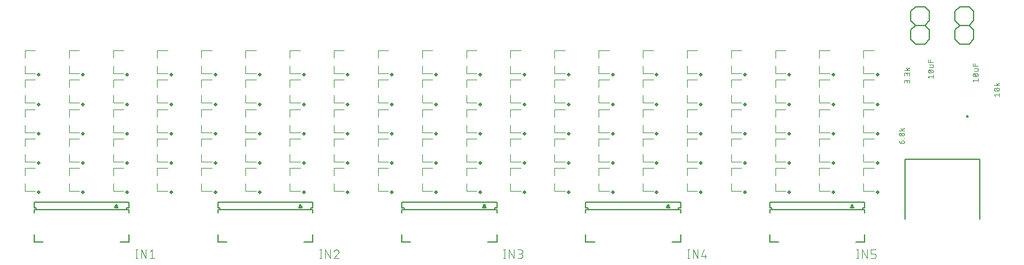
<source format=gbr>
G04 EAGLE Gerber RS-274X export*
G75*
%MOMM*%
%FSLAX34Y34*%
%LPD*%
%INSilkscreen Top*%
%IPPOS*%
%AMOC8*
5,1,8,0,0,1.08239X$1,22.5*%
G01*
%ADD10C,0.076200*%
%ADD11C,0.203200*%
%ADD12C,0.101600*%
%ADD13C,0.152400*%
%ADD14C,0.127000*%
%ADD15C,0.200000*%
%ADD16C,0.500000*%
%ADD17C,0.120000*%

G36*
X1149508Y70986D02*
X1149508Y70986D01*
X1149517Y70985D01*
X1149649Y71006D01*
X1149782Y71025D01*
X1149789Y71028D01*
X1149798Y71029D01*
X1149919Y71086D01*
X1150041Y71141D01*
X1150047Y71146D01*
X1150055Y71150D01*
X1150156Y71238D01*
X1150258Y71325D01*
X1150263Y71332D01*
X1150269Y71337D01*
X1150341Y71450D01*
X1150416Y71561D01*
X1150418Y71569D01*
X1150423Y71576D01*
X1150461Y71705D01*
X1150501Y71832D01*
X1150502Y71841D01*
X1150504Y71849D01*
X1150505Y71983D01*
X1150509Y72116D01*
X1150506Y72125D01*
X1150507Y72133D01*
X1150491Y72184D01*
X1150437Y72391D01*
X1150417Y72424D01*
X1150408Y72454D01*
X1148408Y76454D01*
X1148351Y76536D01*
X1148302Y76623D01*
X1148271Y76653D01*
X1148247Y76688D01*
X1148169Y76751D01*
X1148098Y76821D01*
X1148060Y76841D01*
X1148027Y76868D01*
X1147935Y76907D01*
X1147847Y76954D01*
X1147805Y76963D01*
X1147765Y76980D01*
X1147666Y76992D01*
X1147569Y77013D01*
X1147526Y77010D01*
X1147483Y77015D01*
X1147385Y77000D01*
X1147285Y76992D01*
X1147245Y76977D01*
X1147202Y76971D01*
X1147112Y76928D01*
X1147019Y76894D01*
X1146984Y76868D01*
X1146945Y76850D01*
X1146870Y76784D01*
X1146790Y76725D01*
X1146767Y76694D01*
X1146731Y76663D01*
X1146634Y76511D01*
X1146592Y76454D01*
X1144592Y72454D01*
X1144589Y72446D01*
X1144585Y72439D01*
X1144544Y72311D01*
X1144502Y72184D01*
X1144501Y72176D01*
X1144499Y72168D01*
X1144495Y72033D01*
X1144490Y71900D01*
X1144492Y71892D01*
X1144491Y71884D01*
X1144525Y71754D01*
X1144557Y71624D01*
X1144561Y71617D01*
X1144563Y71609D01*
X1144631Y71494D01*
X1144698Y71377D01*
X1144704Y71372D01*
X1144709Y71364D01*
X1144806Y71272D01*
X1144902Y71180D01*
X1144910Y71176D01*
X1144916Y71170D01*
X1145035Y71109D01*
X1145153Y71046D01*
X1145161Y71044D01*
X1145169Y71040D01*
X1145221Y71032D01*
X1145431Y70987D01*
X1145469Y70990D01*
X1145500Y70985D01*
X1149500Y70985D01*
X1149508Y70986D01*
G37*
G36*
X899508Y70986D02*
X899508Y70986D01*
X899517Y70985D01*
X899649Y71006D01*
X899782Y71025D01*
X899789Y71028D01*
X899798Y71029D01*
X899919Y71086D01*
X900041Y71141D01*
X900047Y71146D01*
X900055Y71150D01*
X900156Y71238D01*
X900258Y71325D01*
X900263Y71332D01*
X900269Y71337D01*
X900341Y71450D01*
X900416Y71561D01*
X900418Y71569D01*
X900423Y71576D01*
X900461Y71705D01*
X900501Y71832D01*
X900502Y71841D01*
X900504Y71849D01*
X900505Y71983D01*
X900509Y72116D01*
X900506Y72125D01*
X900507Y72133D01*
X900491Y72184D01*
X900437Y72391D01*
X900417Y72424D01*
X900408Y72454D01*
X898408Y76454D01*
X898351Y76536D01*
X898302Y76623D01*
X898271Y76653D01*
X898247Y76688D01*
X898169Y76751D01*
X898098Y76821D01*
X898060Y76841D01*
X898027Y76868D01*
X897935Y76907D01*
X897847Y76954D01*
X897805Y76963D01*
X897765Y76980D01*
X897666Y76992D01*
X897569Y77013D01*
X897526Y77010D01*
X897483Y77015D01*
X897385Y77000D01*
X897285Y76992D01*
X897245Y76977D01*
X897202Y76971D01*
X897112Y76928D01*
X897019Y76894D01*
X896984Y76868D01*
X896945Y76850D01*
X896870Y76784D01*
X896790Y76725D01*
X896767Y76694D01*
X896731Y76663D01*
X896634Y76511D01*
X896592Y76454D01*
X894592Y72454D01*
X894589Y72446D01*
X894585Y72439D01*
X894544Y72311D01*
X894502Y72184D01*
X894501Y72176D01*
X894499Y72168D01*
X894495Y72033D01*
X894490Y71900D01*
X894492Y71892D01*
X894491Y71884D01*
X894525Y71754D01*
X894557Y71624D01*
X894561Y71617D01*
X894563Y71609D01*
X894631Y71494D01*
X894698Y71377D01*
X894704Y71372D01*
X894709Y71364D01*
X894806Y71272D01*
X894902Y71180D01*
X894910Y71176D01*
X894916Y71170D01*
X895035Y71109D01*
X895153Y71046D01*
X895161Y71044D01*
X895169Y71040D01*
X895221Y71032D01*
X895431Y70987D01*
X895469Y70990D01*
X895500Y70985D01*
X899500Y70985D01*
X899508Y70986D01*
G37*
G36*
X649508Y70986D02*
X649508Y70986D01*
X649517Y70985D01*
X649649Y71006D01*
X649782Y71025D01*
X649789Y71028D01*
X649798Y71029D01*
X649919Y71086D01*
X650041Y71141D01*
X650047Y71146D01*
X650055Y71150D01*
X650156Y71238D01*
X650258Y71325D01*
X650263Y71332D01*
X650269Y71337D01*
X650341Y71450D01*
X650416Y71561D01*
X650418Y71569D01*
X650423Y71576D01*
X650461Y71705D01*
X650501Y71832D01*
X650502Y71841D01*
X650504Y71849D01*
X650505Y71983D01*
X650509Y72116D01*
X650506Y72125D01*
X650507Y72133D01*
X650491Y72184D01*
X650437Y72391D01*
X650417Y72424D01*
X650408Y72454D01*
X648408Y76454D01*
X648351Y76536D01*
X648302Y76623D01*
X648271Y76653D01*
X648247Y76688D01*
X648169Y76751D01*
X648098Y76821D01*
X648060Y76841D01*
X648027Y76868D01*
X647935Y76907D01*
X647847Y76954D01*
X647805Y76963D01*
X647765Y76980D01*
X647666Y76992D01*
X647569Y77013D01*
X647526Y77010D01*
X647483Y77015D01*
X647385Y77000D01*
X647285Y76992D01*
X647245Y76977D01*
X647202Y76971D01*
X647112Y76928D01*
X647019Y76894D01*
X646984Y76868D01*
X646945Y76850D01*
X646870Y76784D01*
X646790Y76725D01*
X646767Y76694D01*
X646731Y76663D01*
X646634Y76511D01*
X646592Y76454D01*
X644592Y72454D01*
X644589Y72446D01*
X644585Y72439D01*
X644544Y72311D01*
X644502Y72184D01*
X644501Y72176D01*
X644499Y72168D01*
X644495Y72033D01*
X644490Y71900D01*
X644492Y71892D01*
X644491Y71884D01*
X644525Y71754D01*
X644557Y71624D01*
X644561Y71617D01*
X644563Y71609D01*
X644631Y71494D01*
X644698Y71377D01*
X644704Y71372D01*
X644709Y71364D01*
X644806Y71272D01*
X644902Y71180D01*
X644910Y71176D01*
X644916Y71170D01*
X645035Y71109D01*
X645153Y71046D01*
X645161Y71044D01*
X645169Y71040D01*
X645221Y71032D01*
X645431Y70987D01*
X645469Y70990D01*
X645500Y70985D01*
X649500Y70985D01*
X649508Y70986D01*
G37*
G36*
X399508Y70986D02*
X399508Y70986D01*
X399517Y70985D01*
X399649Y71006D01*
X399782Y71025D01*
X399789Y71028D01*
X399798Y71029D01*
X399919Y71086D01*
X400041Y71141D01*
X400047Y71146D01*
X400055Y71150D01*
X400156Y71238D01*
X400258Y71325D01*
X400263Y71332D01*
X400269Y71337D01*
X400341Y71450D01*
X400416Y71561D01*
X400418Y71569D01*
X400423Y71576D01*
X400461Y71705D01*
X400501Y71832D01*
X400502Y71841D01*
X400504Y71849D01*
X400505Y71983D01*
X400509Y72116D01*
X400506Y72125D01*
X400507Y72133D01*
X400491Y72184D01*
X400437Y72391D01*
X400417Y72424D01*
X400408Y72454D01*
X398408Y76454D01*
X398351Y76536D01*
X398302Y76623D01*
X398271Y76653D01*
X398247Y76688D01*
X398169Y76751D01*
X398098Y76821D01*
X398060Y76841D01*
X398027Y76868D01*
X397935Y76907D01*
X397847Y76954D01*
X397805Y76963D01*
X397765Y76980D01*
X397666Y76992D01*
X397569Y77013D01*
X397526Y77010D01*
X397483Y77015D01*
X397385Y77000D01*
X397285Y76992D01*
X397245Y76977D01*
X397202Y76971D01*
X397112Y76928D01*
X397019Y76894D01*
X396984Y76868D01*
X396945Y76850D01*
X396870Y76784D01*
X396790Y76725D01*
X396767Y76694D01*
X396731Y76663D01*
X396634Y76511D01*
X396592Y76454D01*
X394592Y72454D01*
X394589Y72446D01*
X394585Y72439D01*
X394544Y72311D01*
X394502Y72184D01*
X394501Y72176D01*
X394499Y72168D01*
X394495Y72033D01*
X394490Y71900D01*
X394492Y71892D01*
X394491Y71884D01*
X394525Y71754D01*
X394557Y71624D01*
X394561Y71617D01*
X394563Y71609D01*
X394631Y71494D01*
X394698Y71377D01*
X394704Y71372D01*
X394709Y71364D01*
X394806Y71272D01*
X394902Y71180D01*
X394910Y71176D01*
X394916Y71170D01*
X395035Y71109D01*
X395153Y71046D01*
X395161Y71044D01*
X395169Y71040D01*
X395221Y71032D01*
X395431Y70987D01*
X395469Y70990D01*
X395500Y70985D01*
X399500Y70985D01*
X399508Y70986D01*
G37*
G36*
X149508Y70986D02*
X149508Y70986D01*
X149517Y70985D01*
X149649Y71006D01*
X149782Y71025D01*
X149789Y71028D01*
X149798Y71029D01*
X149919Y71086D01*
X150041Y71141D01*
X150047Y71146D01*
X150055Y71150D01*
X150156Y71238D01*
X150258Y71325D01*
X150263Y71332D01*
X150269Y71337D01*
X150341Y71450D01*
X150416Y71561D01*
X150418Y71569D01*
X150423Y71576D01*
X150461Y71705D01*
X150501Y71832D01*
X150502Y71841D01*
X150504Y71849D01*
X150505Y71983D01*
X150509Y72116D01*
X150506Y72125D01*
X150507Y72133D01*
X150491Y72184D01*
X150437Y72391D01*
X150417Y72424D01*
X150408Y72454D01*
X148408Y76454D01*
X148351Y76536D01*
X148302Y76623D01*
X148271Y76653D01*
X148247Y76688D01*
X148169Y76751D01*
X148098Y76821D01*
X148060Y76841D01*
X148027Y76868D01*
X147935Y76907D01*
X147847Y76954D01*
X147805Y76963D01*
X147765Y76980D01*
X147666Y76992D01*
X147569Y77013D01*
X147526Y77010D01*
X147483Y77015D01*
X147385Y77000D01*
X147285Y76992D01*
X147245Y76977D01*
X147202Y76971D01*
X147112Y76928D01*
X147019Y76894D01*
X146984Y76868D01*
X146945Y76850D01*
X146870Y76784D01*
X146790Y76725D01*
X146767Y76694D01*
X146731Y76663D01*
X146634Y76511D01*
X146592Y76454D01*
X144592Y72454D01*
X144589Y72446D01*
X144585Y72439D01*
X144544Y72311D01*
X144502Y72184D01*
X144501Y72176D01*
X144499Y72168D01*
X144495Y72033D01*
X144490Y71900D01*
X144492Y71892D01*
X144491Y71884D01*
X144525Y71754D01*
X144557Y71624D01*
X144561Y71617D01*
X144563Y71609D01*
X144631Y71494D01*
X144698Y71377D01*
X144704Y71372D01*
X144709Y71364D01*
X144806Y71272D01*
X144902Y71180D01*
X144910Y71176D01*
X144916Y71170D01*
X145035Y71109D01*
X145153Y71046D01*
X145161Y71044D01*
X145169Y71040D01*
X145221Y71032D01*
X145431Y70987D01*
X145469Y70990D01*
X145500Y70985D01*
X149500Y70985D01*
X149508Y70986D01*
G37*
D10*
X1214598Y159381D02*
X1214598Y161794D01*
X1214600Y161873D01*
X1214606Y161952D01*
X1214615Y162030D01*
X1214629Y162108D01*
X1214646Y162185D01*
X1214667Y162261D01*
X1214692Y162336D01*
X1214720Y162409D01*
X1214752Y162482D01*
X1214788Y162552D01*
X1214827Y162621D01*
X1214869Y162687D01*
X1214914Y162752D01*
X1214963Y162814D01*
X1215015Y162874D01*
X1215069Y162931D01*
X1215126Y162985D01*
X1215186Y163037D01*
X1215248Y163086D01*
X1215313Y163131D01*
X1215379Y163173D01*
X1215448Y163212D01*
X1215518Y163248D01*
X1215591Y163280D01*
X1215664Y163308D01*
X1215739Y163333D01*
X1215815Y163354D01*
X1215892Y163371D01*
X1215970Y163385D01*
X1216048Y163394D01*
X1216127Y163400D01*
X1216206Y163402D01*
X1216608Y163402D01*
X1216608Y163403D02*
X1216697Y163401D01*
X1216786Y163395D01*
X1216874Y163385D01*
X1216962Y163372D01*
X1217049Y163354D01*
X1217136Y163333D01*
X1217221Y163307D01*
X1217305Y163278D01*
X1217388Y163246D01*
X1217469Y163209D01*
X1217549Y163169D01*
X1217626Y163126D01*
X1217702Y163079D01*
X1217776Y163029D01*
X1217847Y162976D01*
X1217916Y162920D01*
X1217982Y162860D01*
X1218046Y162798D01*
X1218106Y162733D01*
X1218164Y162666D01*
X1218219Y162596D01*
X1218271Y162523D01*
X1218319Y162448D01*
X1218364Y162372D01*
X1218406Y162293D01*
X1218444Y162213D01*
X1218478Y162131D01*
X1218509Y162047D01*
X1218536Y161962D01*
X1218560Y161877D01*
X1218579Y161790D01*
X1218595Y161702D01*
X1218607Y161614D01*
X1218615Y161525D01*
X1218619Y161436D01*
X1218619Y161348D01*
X1218615Y161259D01*
X1218607Y161170D01*
X1218595Y161082D01*
X1218579Y160994D01*
X1218560Y160907D01*
X1218536Y160822D01*
X1218509Y160737D01*
X1218478Y160653D01*
X1218444Y160571D01*
X1218406Y160491D01*
X1218364Y160412D01*
X1218319Y160336D01*
X1218271Y160261D01*
X1218219Y160188D01*
X1218164Y160118D01*
X1218106Y160051D01*
X1218046Y159986D01*
X1217982Y159924D01*
X1217916Y159864D01*
X1217847Y159808D01*
X1217776Y159755D01*
X1217702Y159705D01*
X1217626Y159658D01*
X1217549Y159615D01*
X1217469Y159575D01*
X1217388Y159538D01*
X1217305Y159506D01*
X1217221Y159477D01*
X1217136Y159451D01*
X1217049Y159430D01*
X1216962Y159412D01*
X1216874Y159399D01*
X1216786Y159389D01*
X1216697Y159383D01*
X1216608Y159381D01*
X1214598Y159381D01*
X1214486Y159383D01*
X1214374Y159389D01*
X1214262Y159399D01*
X1214150Y159412D01*
X1214039Y159430D01*
X1213929Y159451D01*
X1213820Y159477D01*
X1213711Y159506D01*
X1213604Y159538D01*
X1213498Y159575D01*
X1213393Y159615D01*
X1213290Y159659D01*
X1213188Y159707D01*
X1213088Y159758D01*
X1212990Y159812D01*
X1212893Y159870D01*
X1212799Y159931D01*
X1212707Y159995D01*
X1212617Y160063D01*
X1212530Y160134D01*
X1212445Y160207D01*
X1212363Y160284D01*
X1212284Y160363D01*
X1212207Y160445D01*
X1212134Y160530D01*
X1212063Y160617D01*
X1211995Y160707D01*
X1211931Y160799D01*
X1211870Y160893D01*
X1211812Y160989D01*
X1211758Y161088D01*
X1211707Y161188D01*
X1211659Y161289D01*
X1211615Y161393D01*
X1211575Y161498D01*
X1211538Y161604D01*
X1211506Y161711D01*
X1211477Y161820D01*
X1211451Y161929D01*
X1211430Y162039D01*
X1211412Y162150D01*
X1211399Y162262D01*
X1211389Y162374D01*
X1211383Y162486D01*
X1211381Y162598D01*
X1218217Y166230D02*
X1218619Y166230D01*
X1218217Y166230D02*
X1218217Y166633D01*
X1218619Y166633D01*
X1218619Y166230D01*
X1216608Y169460D02*
X1216519Y169462D01*
X1216430Y169468D01*
X1216342Y169478D01*
X1216254Y169491D01*
X1216167Y169509D01*
X1216080Y169530D01*
X1215995Y169556D01*
X1215911Y169585D01*
X1215828Y169617D01*
X1215747Y169654D01*
X1215667Y169694D01*
X1215590Y169737D01*
X1215514Y169784D01*
X1215440Y169834D01*
X1215369Y169887D01*
X1215300Y169943D01*
X1215234Y170003D01*
X1215170Y170065D01*
X1215110Y170130D01*
X1215052Y170197D01*
X1214997Y170267D01*
X1214945Y170340D01*
X1214897Y170415D01*
X1214852Y170491D01*
X1214810Y170570D01*
X1214772Y170650D01*
X1214738Y170732D01*
X1214707Y170816D01*
X1214680Y170901D01*
X1214656Y170986D01*
X1214637Y171073D01*
X1214621Y171161D01*
X1214609Y171249D01*
X1214601Y171338D01*
X1214597Y171427D01*
X1214597Y171515D01*
X1214601Y171604D01*
X1214609Y171693D01*
X1214621Y171781D01*
X1214637Y171869D01*
X1214656Y171956D01*
X1214680Y172041D01*
X1214707Y172126D01*
X1214738Y172210D01*
X1214772Y172292D01*
X1214810Y172372D01*
X1214852Y172451D01*
X1214897Y172527D01*
X1214945Y172602D01*
X1214997Y172675D01*
X1215052Y172745D01*
X1215110Y172812D01*
X1215170Y172877D01*
X1215234Y172939D01*
X1215300Y172999D01*
X1215369Y173055D01*
X1215440Y173108D01*
X1215514Y173158D01*
X1215590Y173205D01*
X1215667Y173248D01*
X1215747Y173288D01*
X1215828Y173325D01*
X1215911Y173357D01*
X1215995Y173386D01*
X1216080Y173412D01*
X1216167Y173433D01*
X1216254Y173451D01*
X1216342Y173464D01*
X1216430Y173474D01*
X1216519Y173480D01*
X1216608Y173482D01*
X1216697Y173480D01*
X1216786Y173474D01*
X1216874Y173464D01*
X1216962Y173451D01*
X1217049Y173433D01*
X1217136Y173412D01*
X1217221Y173386D01*
X1217305Y173357D01*
X1217388Y173325D01*
X1217469Y173288D01*
X1217549Y173248D01*
X1217626Y173205D01*
X1217702Y173158D01*
X1217776Y173108D01*
X1217847Y173055D01*
X1217916Y172999D01*
X1217982Y172939D01*
X1218046Y172877D01*
X1218106Y172812D01*
X1218164Y172745D01*
X1218219Y172675D01*
X1218271Y172602D01*
X1218319Y172527D01*
X1218364Y172451D01*
X1218406Y172372D01*
X1218444Y172292D01*
X1218478Y172210D01*
X1218509Y172126D01*
X1218536Y172041D01*
X1218560Y171956D01*
X1218579Y171869D01*
X1218595Y171781D01*
X1218607Y171693D01*
X1218615Y171604D01*
X1218619Y171515D01*
X1218619Y171427D01*
X1218615Y171338D01*
X1218607Y171249D01*
X1218595Y171161D01*
X1218579Y171073D01*
X1218560Y170986D01*
X1218536Y170901D01*
X1218509Y170816D01*
X1218478Y170732D01*
X1218444Y170650D01*
X1218406Y170570D01*
X1218364Y170491D01*
X1218319Y170415D01*
X1218271Y170340D01*
X1218219Y170267D01*
X1218164Y170197D01*
X1218106Y170130D01*
X1218046Y170065D01*
X1217982Y170003D01*
X1217916Y169943D01*
X1217847Y169887D01*
X1217776Y169834D01*
X1217702Y169784D01*
X1217626Y169737D01*
X1217549Y169694D01*
X1217469Y169654D01*
X1217388Y169617D01*
X1217305Y169585D01*
X1217221Y169556D01*
X1217136Y169530D01*
X1217049Y169509D01*
X1216962Y169491D01*
X1216874Y169478D01*
X1216786Y169468D01*
X1216697Y169462D01*
X1216608Y169460D01*
X1212989Y169863D02*
X1212910Y169865D01*
X1212831Y169871D01*
X1212753Y169880D01*
X1212675Y169894D01*
X1212598Y169911D01*
X1212522Y169932D01*
X1212447Y169957D01*
X1212374Y169985D01*
X1212301Y170017D01*
X1212231Y170053D01*
X1212162Y170092D01*
X1212096Y170134D01*
X1212031Y170179D01*
X1211969Y170228D01*
X1211909Y170280D01*
X1211852Y170334D01*
X1211798Y170391D01*
X1211746Y170451D01*
X1211697Y170513D01*
X1211652Y170578D01*
X1211610Y170644D01*
X1211571Y170713D01*
X1211535Y170783D01*
X1211503Y170856D01*
X1211475Y170929D01*
X1211450Y171004D01*
X1211429Y171080D01*
X1211412Y171157D01*
X1211398Y171235D01*
X1211389Y171313D01*
X1211383Y171392D01*
X1211381Y171471D01*
X1211383Y171550D01*
X1211389Y171629D01*
X1211398Y171707D01*
X1211412Y171785D01*
X1211429Y171862D01*
X1211450Y171938D01*
X1211475Y172013D01*
X1211503Y172086D01*
X1211535Y172159D01*
X1211571Y172229D01*
X1211610Y172298D01*
X1211652Y172364D01*
X1211697Y172429D01*
X1211746Y172491D01*
X1211798Y172551D01*
X1211852Y172608D01*
X1211909Y172662D01*
X1211969Y172714D01*
X1212031Y172763D01*
X1212096Y172808D01*
X1212162Y172850D01*
X1212231Y172889D01*
X1212301Y172925D01*
X1212374Y172957D01*
X1212447Y172985D01*
X1212522Y173010D01*
X1212598Y173031D01*
X1212675Y173048D01*
X1212753Y173062D01*
X1212831Y173071D01*
X1212910Y173077D01*
X1212989Y173079D01*
X1213068Y173077D01*
X1213147Y173071D01*
X1213225Y173062D01*
X1213303Y173048D01*
X1213380Y173031D01*
X1213456Y173010D01*
X1213531Y172985D01*
X1213604Y172957D01*
X1213677Y172925D01*
X1213747Y172889D01*
X1213816Y172850D01*
X1213882Y172808D01*
X1213947Y172763D01*
X1214009Y172714D01*
X1214069Y172662D01*
X1214126Y172608D01*
X1214180Y172551D01*
X1214232Y172491D01*
X1214281Y172429D01*
X1214326Y172364D01*
X1214368Y172298D01*
X1214407Y172229D01*
X1214443Y172159D01*
X1214475Y172086D01*
X1214503Y172013D01*
X1214528Y171938D01*
X1214549Y171862D01*
X1214566Y171785D01*
X1214580Y171707D01*
X1214589Y171629D01*
X1214595Y171550D01*
X1214597Y171471D01*
X1214595Y171392D01*
X1214589Y171313D01*
X1214580Y171235D01*
X1214566Y171157D01*
X1214549Y171080D01*
X1214528Y171004D01*
X1214503Y170929D01*
X1214475Y170856D01*
X1214443Y170783D01*
X1214407Y170713D01*
X1214368Y170644D01*
X1214326Y170578D01*
X1214281Y170513D01*
X1214232Y170451D01*
X1214180Y170391D01*
X1214126Y170334D01*
X1214069Y170280D01*
X1214009Y170228D01*
X1213947Y170179D01*
X1213882Y170134D01*
X1213816Y170092D01*
X1213747Y170053D01*
X1213677Y170017D01*
X1213604Y169985D01*
X1213531Y169957D01*
X1213456Y169932D01*
X1213380Y169911D01*
X1213303Y169894D01*
X1213225Y169880D01*
X1213147Y169871D01*
X1213068Y169865D01*
X1212989Y169863D01*
X1211381Y176917D02*
X1218619Y176917D01*
X1216206Y176917D02*
X1213794Y180133D01*
X1215201Y178324D02*
X1218619Y180133D01*
X1225619Y241381D02*
X1225619Y243392D01*
X1225617Y243481D01*
X1225611Y243570D01*
X1225601Y243658D01*
X1225588Y243746D01*
X1225570Y243833D01*
X1225549Y243920D01*
X1225523Y244005D01*
X1225494Y244089D01*
X1225462Y244172D01*
X1225425Y244253D01*
X1225385Y244333D01*
X1225342Y244410D01*
X1225295Y244486D01*
X1225245Y244560D01*
X1225192Y244631D01*
X1225136Y244700D01*
X1225076Y244766D01*
X1225014Y244830D01*
X1224949Y244890D01*
X1224882Y244948D01*
X1224812Y245003D01*
X1224739Y245055D01*
X1224664Y245103D01*
X1224588Y245148D01*
X1224509Y245190D01*
X1224429Y245228D01*
X1224347Y245262D01*
X1224263Y245293D01*
X1224178Y245320D01*
X1224093Y245344D01*
X1224006Y245363D01*
X1223918Y245379D01*
X1223830Y245391D01*
X1223741Y245399D01*
X1223652Y245403D01*
X1223564Y245403D01*
X1223475Y245399D01*
X1223386Y245391D01*
X1223298Y245379D01*
X1223210Y245363D01*
X1223123Y245344D01*
X1223038Y245320D01*
X1222953Y245293D01*
X1222869Y245262D01*
X1222787Y245228D01*
X1222707Y245190D01*
X1222628Y245148D01*
X1222552Y245103D01*
X1222477Y245055D01*
X1222404Y245003D01*
X1222334Y244948D01*
X1222267Y244890D01*
X1222202Y244830D01*
X1222140Y244766D01*
X1222080Y244700D01*
X1222024Y244631D01*
X1221971Y244560D01*
X1221921Y244486D01*
X1221874Y244410D01*
X1221831Y244333D01*
X1221791Y244253D01*
X1221754Y244172D01*
X1221722Y244089D01*
X1221693Y244005D01*
X1221667Y243920D01*
X1221646Y243833D01*
X1221628Y243746D01*
X1221615Y243658D01*
X1221605Y243570D01*
X1221599Y243481D01*
X1221597Y243392D01*
X1218381Y243794D02*
X1218381Y241381D01*
X1218381Y243794D02*
X1218383Y243873D01*
X1218389Y243952D01*
X1218398Y244030D01*
X1218412Y244108D01*
X1218429Y244185D01*
X1218450Y244261D01*
X1218475Y244336D01*
X1218503Y244409D01*
X1218535Y244482D01*
X1218571Y244552D01*
X1218610Y244621D01*
X1218652Y244687D01*
X1218697Y244752D01*
X1218746Y244814D01*
X1218798Y244874D01*
X1218852Y244931D01*
X1218909Y244985D01*
X1218969Y245037D01*
X1219031Y245086D01*
X1219096Y245131D01*
X1219162Y245173D01*
X1219231Y245212D01*
X1219301Y245248D01*
X1219374Y245280D01*
X1219447Y245308D01*
X1219522Y245333D01*
X1219598Y245354D01*
X1219675Y245371D01*
X1219753Y245385D01*
X1219831Y245394D01*
X1219910Y245400D01*
X1219989Y245402D01*
X1220068Y245400D01*
X1220147Y245394D01*
X1220225Y245385D01*
X1220303Y245371D01*
X1220380Y245354D01*
X1220456Y245333D01*
X1220531Y245308D01*
X1220604Y245280D01*
X1220677Y245248D01*
X1220747Y245212D01*
X1220816Y245173D01*
X1220882Y245131D01*
X1220947Y245086D01*
X1221009Y245037D01*
X1221069Y244985D01*
X1221126Y244931D01*
X1221180Y244874D01*
X1221232Y244814D01*
X1221281Y244752D01*
X1221326Y244687D01*
X1221368Y244621D01*
X1221407Y244552D01*
X1221443Y244482D01*
X1221475Y244409D01*
X1221503Y244336D01*
X1221528Y244261D01*
X1221549Y244185D01*
X1221566Y244108D01*
X1221580Y244030D01*
X1221589Y243952D01*
X1221595Y243873D01*
X1221597Y243794D01*
X1221598Y243794D02*
X1221598Y242185D01*
X1225217Y248230D02*
X1225619Y248230D01*
X1225217Y248230D02*
X1225217Y248633D01*
X1225619Y248633D01*
X1225619Y248230D01*
X1225619Y251461D02*
X1225619Y253471D01*
X1225617Y253560D01*
X1225611Y253649D01*
X1225601Y253737D01*
X1225588Y253825D01*
X1225570Y253912D01*
X1225549Y253999D01*
X1225523Y254084D01*
X1225494Y254168D01*
X1225462Y254251D01*
X1225425Y254332D01*
X1225385Y254412D01*
X1225342Y254489D01*
X1225295Y254565D01*
X1225245Y254639D01*
X1225192Y254710D01*
X1225136Y254779D01*
X1225076Y254845D01*
X1225014Y254909D01*
X1224949Y254969D01*
X1224882Y255027D01*
X1224812Y255082D01*
X1224739Y255134D01*
X1224664Y255182D01*
X1224588Y255227D01*
X1224509Y255269D01*
X1224429Y255307D01*
X1224347Y255341D01*
X1224263Y255372D01*
X1224178Y255399D01*
X1224093Y255423D01*
X1224006Y255442D01*
X1223918Y255458D01*
X1223830Y255470D01*
X1223741Y255478D01*
X1223652Y255482D01*
X1223564Y255482D01*
X1223475Y255478D01*
X1223386Y255470D01*
X1223298Y255458D01*
X1223210Y255442D01*
X1223123Y255423D01*
X1223038Y255399D01*
X1222953Y255372D01*
X1222869Y255341D01*
X1222787Y255307D01*
X1222707Y255269D01*
X1222628Y255227D01*
X1222552Y255182D01*
X1222477Y255134D01*
X1222404Y255082D01*
X1222334Y255027D01*
X1222267Y254969D01*
X1222202Y254909D01*
X1222140Y254845D01*
X1222080Y254779D01*
X1222024Y254710D01*
X1221971Y254639D01*
X1221921Y254565D01*
X1221874Y254489D01*
X1221831Y254412D01*
X1221791Y254332D01*
X1221754Y254251D01*
X1221722Y254168D01*
X1221693Y254084D01*
X1221667Y253999D01*
X1221646Y253912D01*
X1221628Y253825D01*
X1221615Y253737D01*
X1221605Y253649D01*
X1221599Y253560D01*
X1221597Y253471D01*
X1218381Y253874D02*
X1218381Y251461D01*
X1218381Y253874D02*
X1218383Y253953D01*
X1218389Y254032D01*
X1218398Y254110D01*
X1218412Y254188D01*
X1218429Y254265D01*
X1218450Y254341D01*
X1218475Y254416D01*
X1218503Y254489D01*
X1218535Y254562D01*
X1218571Y254632D01*
X1218610Y254701D01*
X1218652Y254767D01*
X1218697Y254832D01*
X1218746Y254894D01*
X1218798Y254954D01*
X1218852Y255011D01*
X1218909Y255065D01*
X1218969Y255117D01*
X1219031Y255166D01*
X1219096Y255211D01*
X1219162Y255253D01*
X1219231Y255292D01*
X1219301Y255328D01*
X1219374Y255360D01*
X1219447Y255388D01*
X1219522Y255413D01*
X1219598Y255434D01*
X1219675Y255451D01*
X1219753Y255465D01*
X1219831Y255474D01*
X1219910Y255480D01*
X1219989Y255482D01*
X1220068Y255480D01*
X1220147Y255474D01*
X1220225Y255465D01*
X1220303Y255451D01*
X1220380Y255434D01*
X1220456Y255413D01*
X1220531Y255388D01*
X1220604Y255360D01*
X1220677Y255328D01*
X1220747Y255292D01*
X1220816Y255253D01*
X1220882Y255211D01*
X1220947Y255166D01*
X1221009Y255117D01*
X1221069Y255065D01*
X1221126Y255011D01*
X1221180Y254954D01*
X1221232Y254894D01*
X1221281Y254832D01*
X1221326Y254767D01*
X1221368Y254701D01*
X1221407Y254632D01*
X1221443Y254562D01*
X1221475Y254489D01*
X1221503Y254416D01*
X1221528Y254341D01*
X1221549Y254265D01*
X1221566Y254188D01*
X1221580Y254110D01*
X1221589Y254032D01*
X1221595Y253953D01*
X1221597Y253874D01*
X1221598Y253874D02*
X1221598Y252265D01*
X1218381Y258917D02*
X1225619Y258917D01*
X1223206Y258917D02*
X1220794Y262133D01*
X1222201Y260324D02*
X1225619Y262133D01*
X1340381Y225392D02*
X1341989Y223381D01*
X1340381Y225392D02*
X1347619Y225392D01*
X1347619Y227402D02*
X1347619Y223381D01*
X1344000Y230581D02*
X1343850Y230583D01*
X1343700Y230589D01*
X1343549Y230598D01*
X1343400Y230611D01*
X1343250Y230628D01*
X1343102Y230649D01*
X1342953Y230674D01*
X1342806Y230702D01*
X1342659Y230734D01*
X1342513Y230769D01*
X1342368Y230809D01*
X1342224Y230852D01*
X1342081Y230898D01*
X1341939Y230948D01*
X1341799Y231002D01*
X1341660Y231059D01*
X1341522Y231120D01*
X1341386Y231184D01*
X1341317Y231210D01*
X1341249Y231239D01*
X1341183Y231272D01*
X1341118Y231307D01*
X1341056Y231346D01*
X1340995Y231388D01*
X1340936Y231433D01*
X1340880Y231480D01*
X1340826Y231531D01*
X1340774Y231584D01*
X1340726Y231639D01*
X1340680Y231697D01*
X1340637Y231757D01*
X1340597Y231820D01*
X1340560Y231884D01*
X1340527Y231949D01*
X1340497Y232017D01*
X1340470Y232085D01*
X1340446Y232156D01*
X1340427Y232227D01*
X1340410Y232299D01*
X1340397Y232371D01*
X1340388Y232445D01*
X1340383Y232518D01*
X1340381Y232592D01*
X1340383Y232666D01*
X1340388Y232739D01*
X1340397Y232813D01*
X1340410Y232885D01*
X1340427Y232957D01*
X1340446Y233028D01*
X1340470Y233099D01*
X1340497Y233167D01*
X1340527Y233235D01*
X1340560Y233300D01*
X1340597Y233364D01*
X1340637Y233427D01*
X1340680Y233487D01*
X1340726Y233545D01*
X1340774Y233600D01*
X1340826Y233653D01*
X1340880Y233704D01*
X1340936Y233751D01*
X1340995Y233796D01*
X1341056Y233838D01*
X1341118Y233877D01*
X1341183Y233912D01*
X1341249Y233945D01*
X1341317Y233974D01*
X1341386Y234000D01*
X1341386Y233999D02*
X1341522Y234063D01*
X1341660Y234124D01*
X1341799Y234181D01*
X1341939Y234235D01*
X1342081Y234285D01*
X1342224Y234331D01*
X1342368Y234374D01*
X1342513Y234414D01*
X1342659Y234449D01*
X1342806Y234481D01*
X1342953Y234509D01*
X1343102Y234534D01*
X1343250Y234555D01*
X1343400Y234572D01*
X1343549Y234585D01*
X1343700Y234594D01*
X1343850Y234600D01*
X1344000Y234602D01*
X1344000Y230581D02*
X1344150Y230583D01*
X1344300Y230589D01*
X1344451Y230598D01*
X1344600Y230611D01*
X1344750Y230628D01*
X1344898Y230649D01*
X1345047Y230674D01*
X1345194Y230702D01*
X1345341Y230734D01*
X1345487Y230769D01*
X1345632Y230809D01*
X1345776Y230852D01*
X1345919Y230898D01*
X1346061Y230948D01*
X1346201Y231002D01*
X1346340Y231059D01*
X1346478Y231120D01*
X1346614Y231184D01*
X1346683Y231210D01*
X1346751Y231239D01*
X1346817Y231272D01*
X1346882Y231307D01*
X1346944Y231346D01*
X1347005Y231388D01*
X1347064Y231433D01*
X1347120Y231480D01*
X1347174Y231531D01*
X1347226Y231584D01*
X1347274Y231639D01*
X1347320Y231697D01*
X1347363Y231757D01*
X1347403Y231820D01*
X1347440Y231884D01*
X1347473Y231949D01*
X1347503Y232017D01*
X1347530Y232085D01*
X1347554Y232156D01*
X1347573Y232227D01*
X1347590Y232299D01*
X1347603Y232371D01*
X1347612Y232445D01*
X1347617Y232518D01*
X1347619Y232592D01*
X1346614Y233999D02*
X1346478Y234063D01*
X1346340Y234124D01*
X1346201Y234181D01*
X1346061Y234235D01*
X1345919Y234285D01*
X1345776Y234331D01*
X1345632Y234374D01*
X1345487Y234414D01*
X1345341Y234449D01*
X1345194Y234481D01*
X1345047Y234509D01*
X1344898Y234534D01*
X1344750Y234555D01*
X1344600Y234572D01*
X1344451Y234585D01*
X1344300Y234594D01*
X1344150Y234600D01*
X1344000Y234602D01*
X1346614Y234000D02*
X1346683Y233974D01*
X1346751Y233945D01*
X1346817Y233912D01*
X1346882Y233877D01*
X1346944Y233838D01*
X1347005Y233796D01*
X1347064Y233751D01*
X1347120Y233704D01*
X1347174Y233653D01*
X1347226Y233600D01*
X1347274Y233545D01*
X1347320Y233487D01*
X1347363Y233427D01*
X1347403Y233364D01*
X1347440Y233300D01*
X1347473Y233235D01*
X1347503Y233167D01*
X1347530Y233099D01*
X1347554Y233028D01*
X1347573Y232957D01*
X1347590Y232885D01*
X1347603Y232813D01*
X1347612Y232739D01*
X1347617Y232666D01*
X1347619Y232592D01*
X1346011Y230983D02*
X1341989Y234200D01*
X1340381Y238037D02*
X1347619Y238037D01*
X1345206Y238037D02*
X1342794Y241253D01*
X1344201Y239444D02*
X1347619Y241253D01*
X1312989Y243381D02*
X1311381Y245392D01*
X1318619Y245392D01*
X1318619Y247402D02*
X1318619Y243381D01*
X1315000Y250581D02*
X1314850Y250583D01*
X1314700Y250589D01*
X1314549Y250598D01*
X1314400Y250611D01*
X1314250Y250628D01*
X1314102Y250649D01*
X1313953Y250674D01*
X1313806Y250702D01*
X1313659Y250734D01*
X1313513Y250769D01*
X1313368Y250809D01*
X1313224Y250852D01*
X1313081Y250898D01*
X1312939Y250948D01*
X1312799Y251002D01*
X1312660Y251059D01*
X1312522Y251120D01*
X1312386Y251184D01*
X1312317Y251210D01*
X1312249Y251239D01*
X1312183Y251272D01*
X1312118Y251307D01*
X1312056Y251346D01*
X1311995Y251388D01*
X1311936Y251433D01*
X1311880Y251480D01*
X1311826Y251531D01*
X1311774Y251584D01*
X1311726Y251639D01*
X1311680Y251697D01*
X1311637Y251757D01*
X1311597Y251820D01*
X1311560Y251884D01*
X1311527Y251949D01*
X1311497Y252017D01*
X1311470Y252085D01*
X1311446Y252156D01*
X1311427Y252227D01*
X1311410Y252299D01*
X1311397Y252371D01*
X1311388Y252445D01*
X1311383Y252518D01*
X1311381Y252592D01*
X1311383Y252666D01*
X1311388Y252739D01*
X1311397Y252813D01*
X1311410Y252885D01*
X1311427Y252957D01*
X1311446Y253028D01*
X1311470Y253099D01*
X1311497Y253167D01*
X1311527Y253235D01*
X1311560Y253300D01*
X1311597Y253364D01*
X1311637Y253427D01*
X1311680Y253487D01*
X1311726Y253545D01*
X1311774Y253600D01*
X1311826Y253653D01*
X1311880Y253704D01*
X1311936Y253751D01*
X1311995Y253796D01*
X1312056Y253838D01*
X1312118Y253877D01*
X1312183Y253912D01*
X1312249Y253945D01*
X1312317Y253974D01*
X1312386Y254000D01*
X1312386Y253999D02*
X1312522Y254063D01*
X1312660Y254124D01*
X1312799Y254181D01*
X1312939Y254235D01*
X1313081Y254285D01*
X1313224Y254331D01*
X1313368Y254374D01*
X1313513Y254414D01*
X1313659Y254449D01*
X1313806Y254481D01*
X1313953Y254509D01*
X1314102Y254534D01*
X1314250Y254555D01*
X1314400Y254572D01*
X1314549Y254585D01*
X1314700Y254594D01*
X1314850Y254600D01*
X1315000Y254602D01*
X1315000Y250581D02*
X1315150Y250583D01*
X1315300Y250589D01*
X1315451Y250598D01*
X1315600Y250611D01*
X1315750Y250628D01*
X1315898Y250649D01*
X1316047Y250674D01*
X1316194Y250702D01*
X1316341Y250734D01*
X1316487Y250769D01*
X1316632Y250809D01*
X1316776Y250852D01*
X1316919Y250898D01*
X1317061Y250948D01*
X1317201Y251002D01*
X1317340Y251059D01*
X1317478Y251120D01*
X1317614Y251184D01*
X1317683Y251210D01*
X1317751Y251239D01*
X1317817Y251272D01*
X1317882Y251307D01*
X1317944Y251346D01*
X1318005Y251388D01*
X1318064Y251433D01*
X1318120Y251480D01*
X1318174Y251531D01*
X1318226Y251584D01*
X1318274Y251639D01*
X1318320Y251697D01*
X1318363Y251757D01*
X1318403Y251820D01*
X1318440Y251884D01*
X1318473Y251949D01*
X1318503Y252017D01*
X1318530Y252085D01*
X1318554Y252156D01*
X1318573Y252227D01*
X1318590Y252299D01*
X1318603Y252371D01*
X1318612Y252445D01*
X1318617Y252518D01*
X1318619Y252592D01*
X1317614Y253999D02*
X1317478Y254063D01*
X1317340Y254124D01*
X1317201Y254181D01*
X1317061Y254235D01*
X1316919Y254285D01*
X1316776Y254331D01*
X1316632Y254374D01*
X1316487Y254414D01*
X1316341Y254449D01*
X1316194Y254481D01*
X1316047Y254509D01*
X1315898Y254534D01*
X1315750Y254555D01*
X1315600Y254572D01*
X1315451Y254585D01*
X1315300Y254594D01*
X1315150Y254600D01*
X1315000Y254602D01*
X1317614Y254000D02*
X1317683Y253974D01*
X1317751Y253945D01*
X1317817Y253912D01*
X1317882Y253877D01*
X1317944Y253838D01*
X1318005Y253796D01*
X1318064Y253751D01*
X1318120Y253704D01*
X1318174Y253653D01*
X1318226Y253600D01*
X1318274Y253545D01*
X1318320Y253487D01*
X1318363Y253427D01*
X1318403Y253364D01*
X1318440Y253300D01*
X1318473Y253235D01*
X1318503Y253167D01*
X1318530Y253099D01*
X1318554Y253028D01*
X1318573Y252957D01*
X1318590Y252885D01*
X1318603Y252813D01*
X1318612Y252739D01*
X1318617Y252666D01*
X1318619Y252592D01*
X1317011Y250983D02*
X1312989Y254200D01*
X1313794Y257943D02*
X1317413Y257943D01*
X1317481Y257945D01*
X1317548Y257951D01*
X1317615Y257960D01*
X1317681Y257973D01*
X1317747Y257990D01*
X1317811Y258011D01*
X1317875Y258035D01*
X1317936Y258062D01*
X1317996Y258093D01*
X1318055Y258128D01*
X1318111Y258165D01*
X1318165Y258206D01*
X1318217Y258250D01*
X1318266Y258296D01*
X1318312Y258345D01*
X1318356Y258397D01*
X1318397Y258451D01*
X1318434Y258507D01*
X1318469Y258566D01*
X1318500Y258626D01*
X1318527Y258687D01*
X1318551Y258751D01*
X1318572Y258815D01*
X1318589Y258881D01*
X1318602Y258947D01*
X1318611Y259014D01*
X1318617Y259081D01*
X1318619Y259149D01*
X1318619Y261160D01*
X1313794Y261160D01*
X1311381Y264757D02*
X1318619Y264757D01*
X1311381Y264757D02*
X1311381Y267973D01*
X1314598Y267973D02*
X1314598Y264757D01*
X1251989Y248381D02*
X1250381Y250392D01*
X1257619Y250392D01*
X1257619Y252402D02*
X1257619Y248381D01*
X1254000Y255581D02*
X1253850Y255583D01*
X1253700Y255589D01*
X1253549Y255598D01*
X1253400Y255611D01*
X1253250Y255628D01*
X1253102Y255649D01*
X1252953Y255674D01*
X1252806Y255702D01*
X1252659Y255734D01*
X1252513Y255769D01*
X1252368Y255809D01*
X1252224Y255852D01*
X1252081Y255898D01*
X1251939Y255948D01*
X1251799Y256002D01*
X1251660Y256059D01*
X1251522Y256120D01*
X1251386Y256184D01*
X1251317Y256210D01*
X1251249Y256239D01*
X1251183Y256272D01*
X1251118Y256307D01*
X1251056Y256346D01*
X1250995Y256388D01*
X1250936Y256433D01*
X1250880Y256480D01*
X1250826Y256531D01*
X1250774Y256584D01*
X1250726Y256639D01*
X1250680Y256697D01*
X1250637Y256757D01*
X1250597Y256820D01*
X1250560Y256884D01*
X1250527Y256949D01*
X1250497Y257017D01*
X1250470Y257085D01*
X1250446Y257156D01*
X1250427Y257227D01*
X1250410Y257299D01*
X1250397Y257371D01*
X1250388Y257445D01*
X1250383Y257518D01*
X1250381Y257592D01*
X1250383Y257666D01*
X1250388Y257739D01*
X1250397Y257813D01*
X1250410Y257885D01*
X1250427Y257957D01*
X1250446Y258028D01*
X1250470Y258099D01*
X1250497Y258167D01*
X1250527Y258235D01*
X1250560Y258300D01*
X1250597Y258364D01*
X1250637Y258427D01*
X1250680Y258487D01*
X1250726Y258545D01*
X1250774Y258600D01*
X1250826Y258653D01*
X1250880Y258704D01*
X1250936Y258751D01*
X1250995Y258796D01*
X1251056Y258838D01*
X1251118Y258877D01*
X1251183Y258912D01*
X1251249Y258945D01*
X1251317Y258974D01*
X1251386Y259000D01*
X1251386Y258999D02*
X1251522Y259063D01*
X1251660Y259124D01*
X1251799Y259181D01*
X1251939Y259235D01*
X1252081Y259285D01*
X1252224Y259331D01*
X1252368Y259374D01*
X1252513Y259414D01*
X1252659Y259449D01*
X1252806Y259481D01*
X1252953Y259509D01*
X1253102Y259534D01*
X1253250Y259555D01*
X1253400Y259572D01*
X1253549Y259585D01*
X1253700Y259594D01*
X1253850Y259600D01*
X1254000Y259602D01*
X1254000Y255581D02*
X1254150Y255583D01*
X1254300Y255589D01*
X1254451Y255598D01*
X1254600Y255611D01*
X1254750Y255628D01*
X1254898Y255649D01*
X1255047Y255674D01*
X1255194Y255702D01*
X1255341Y255734D01*
X1255487Y255769D01*
X1255632Y255809D01*
X1255776Y255852D01*
X1255919Y255898D01*
X1256061Y255948D01*
X1256201Y256002D01*
X1256340Y256059D01*
X1256478Y256120D01*
X1256614Y256184D01*
X1256683Y256210D01*
X1256751Y256239D01*
X1256817Y256272D01*
X1256882Y256307D01*
X1256944Y256346D01*
X1257005Y256388D01*
X1257064Y256433D01*
X1257120Y256480D01*
X1257174Y256531D01*
X1257226Y256584D01*
X1257274Y256639D01*
X1257320Y256697D01*
X1257363Y256757D01*
X1257403Y256820D01*
X1257440Y256884D01*
X1257473Y256949D01*
X1257503Y257017D01*
X1257530Y257085D01*
X1257554Y257156D01*
X1257573Y257227D01*
X1257590Y257299D01*
X1257603Y257371D01*
X1257612Y257445D01*
X1257617Y257518D01*
X1257619Y257592D01*
X1256614Y258999D02*
X1256478Y259063D01*
X1256340Y259124D01*
X1256201Y259181D01*
X1256061Y259235D01*
X1255919Y259285D01*
X1255776Y259331D01*
X1255632Y259374D01*
X1255487Y259414D01*
X1255341Y259449D01*
X1255194Y259481D01*
X1255047Y259509D01*
X1254898Y259534D01*
X1254750Y259555D01*
X1254600Y259572D01*
X1254451Y259585D01*
X1254300Y259594D01*
X1254150Y259600D01*
X1254000Y259602D01*
X1256614Y259000D02*
X1256683Y258974D01*
X1256751Y258945D01*
X1256817Y258912D01*
X1256882Y258877D01*
X1256944Y258838D01*
X1257005Y258796D01*
X1257064Y258751D01*
X1257120Y258704D01*
X1257174Y258653D01*
X1257226Y258600D01*
X1257274Y258545D01*
X1257320Y258487D01*
X1257363Y258427D01*
X1257403Y258364D01*
X1257440Y258300D01*
X1257473Y258235D01*
X1257503Y258167D01*
X1257530Y258099D01*
X1257554Y258028D01*
X1257573Y257957D01*
X1257590Y257885D01*
X1257603Y257813D01*
X1257612Y257739D01*
X1257617Y257666D01*
X1257619Y257592D01*
X1256011Y255983D02*
X1251989Y259200D01*
X1252794Y262943D02*
X1256413Y262943D01*
X1256481Y262945D01*
X1256548Y262951D01*
X1256615Y262960D01*
X1256681Y262973D01*
X1256747Y262990D01*
X1256811Y263011D01*
X1256875Y263035D01*
X1256936Y263062D01*
X1256996Y263093D01*
X1257055Y263128D01*
X1257111Y263165D01*
X1257165Y263206D01*
X1257217Y263250D01*
X1257266Y263296D01*
X1257312Y263345D01*
X1257356Y263397D01*
X1257397Y263451D01*
X1257434Y263507D01*
X1257469Y263566D01*
X1257500Y263626D01*
X1257527Y263687D01*
X1257551Y263751D01*
X1257572Y263815D01*
X1257589Y263881D01*
X1257602Y263947D01*
X1257611Y264014D01*
X1257617Y264081D01*
X1257619Y264149D01*
X1257619Y266160D01*
X1252794Y266160D01*
X1250381Y269757D02*
X1257619Y269757D01*
X1250381Y269757D02*
X1250381Y272973D01*
X1253598Y272973D02*
X1253598Y269757D01*
D11*
X164500Y69000D02*
X161500Y69000D01*
X161500Y72000D01*
X164500Y72000D01*
X164500Y79000D01*
X35500Y79000D02*
X35500Y72000D01*
X38500Y72000D01*
X38500Y69000D01*
X35500Y69000D01*
X38500Y69000D02*
X161500Y69000D01*
X164500Y79000D02*
X35500Y79000D01*
X164500Y35000D02*
X164500Y25000D01*
X152500Y25000D01*
X35500Y25000D02*
X35500Y35000D01*
X35500Y25000D02*
X47500Y25000D01*
X164500Y65000D02*
X164500Y69000D01*
X35500Y69000D02*
X35500Y65000D01*
D12*
X174911Y14492D02*
X174911Y2808D01*
X176209Y2808D02*
X173612Y2808D01*
X173612Y14492D02*
X176209Y14492D01*
X181190Y14492D02*
X181190Y2808D01*
X187681Y2808D02*
X181190Y14492D01*
X187681Y14492D02*
X187681Y2808D01*
X193001Y11896D02*
X196246Y14492D01*
X196246Y2808D01*
X193001Y2808D02*
X199492Y2808D01*
D11*
X411500Y69000D02*
X414500Y69000D01*
X411500Y69000D02*
X411500Y72000D01*
X414500Y72000D01*
X414500Y79000D01*
X285500Y79000D02*
X285500Y72000D01*
X288500Y72000D01*
X288500Y69000D01*
X285500Y69000D01*
X288500Y69000D02*
X411500Y69000D01*
X414500Y79000D02*
X285500Y79000D01*
X414500Y35000D02*
X414500Y25000D01*
X402500Y25000D01*
X285500Y25000D02*
X285500Y35000D01*
X285500Y25000D02*
X297500Y25000D01*
X414500Y65000D02*
X414500Y69000D01*
X285500Y69000D02*
X285500Y65000D01*
D12*
X424911Y14492D02*
X424911Y2808D01*
X426209Y2808D02*
X423612Y2808D01*
X423612Y14492D02*
X426209Y14492D01*
X431190Y14492D02*
X431190Y2808D01*
X437681Y2808D02*
X431190Y14492D01*
X437681Y14492D02*
X437681Y2808D01*
X446571Y14492D02*
X446678Y14490D01*
X446784Y14484D01*
X446890Y14474D01*
X446996Y14461D01*
X447102Y14443D01*
X447206Y14422D01*
X447310Y14397D01*
X447413Y14368D01*
X447514Y14336D01*
X447614Y14299D01*
X447713Y14259D01*
X447811Y14216D01*
X447907Y14169D01*
X448001Y14118D01*
X448093Y14064D01*
X448183Y14007D01*
X448271Y13947D01*
X448356Y13883D01*
X448439Y13816D01*
X448520Y13746D01*
X448598Y13674D01*
X448674Y13598D01*
X448746Y13520D01*
X448816Y13439D01*
X448883Y13356D01*
X448947Y13271D01*
X449007Y13183D01*
X449064Y13093D01*
X449118Y13001D01*
X449169Y12907D01*
X449216Y12811D01*
X449259Y12713D01*
X449299Y12614D01*
X449336Y12514D01*
X449368Y12413D01*
X449397Y12310D01*
X449422Y12206D01*
X449443Y12102D01*
X449461Y11996D01*
X449474Y11890D01*
X449484Y11784D01*
X449490Y11678D01*
X449492Y11571D01*
X446571Y14492D02*
X446450Y14490D01*
X446329Y14484D01*
X446209Y14474D01*
X446088Y14461D01*
X445969Y14443D01*
X445849Y14422D01*
X445731Y14397D01*
X445614Y14368D01*
X445497Y14335D01*
X445382Y14299D01*
X445268Y14258D01*
X445155Y14215D01*
X445043Y14167D01*
X444934Y14116D01*
X444826Y14061D01*
X444719Y14003D01*
X444615Y13942D01*
X444513Y13877D01*
X444413Y13809D01*
X444315Y13738D01*
X444219Y13664D01*
X444126Y13587D01*
X444036Y13506D01*
X443948Y13423D01*
X443863Y13337D01*
X443780Y13248D01*
X443701Y13157D01*
X443624Y13063D01*
X443551Y12967D01*
X443481Y12869D01*
X443414Y12768D01*
X443350Y12665D01*
X443290Y12560D01*
X443233Y12453D01*
X443179Y12345D01*
X443129Y12235D01*
X443083Y12123D01*
X443040Y12010D01*
X443001Y11895D01*
X448519Y9299D02*
X448598Y9376D01*
X448674Y9457D01*
X448747Y9540D01*
X448817Y9625D01*
X448884Y9713D01*
X448948Y9803D01*
X449008Y9895D01*
X449065Y9990D01*
X449119Y10086D01*
X449170Y10184D01*
X449217Y10284D01*
X449261Y10386D01*
X449301Y10489D01*
X449337Y10593D01*
X449369Y10699D01*
X449398Y10805D01*
X449423Y10913D01*
X449445Y11021D01*
X449462Y11131D01*
X449476Y11240D01*
X449485Y11350D01*
X449491Y11461D01*
X449493Y11571D01*
X448518Y9299D02*
X443001Y2808D01*
X449492Y2808D01*
D11*
X661500Y69000D02*
X664500Y69000D01*
X661500Y69000D02*
X661500Y72000D01*
X664500Y72000D01*
X664500Y79000D01*
X535500Y79000D02*
X535500Y72000D01*
X538500Y72000D01*
X538500Y69000D01*
X535500Y69000D01*
X538500Y69000D02*
X661500Y69000D01*
X664500Y79000D02*
X535500Y79000D01*
X664500Y35000D02*
X664500Y25000D01*
X652500Y25000D01*
X535500Y25000D02*
X535500Y35000D01*
X535500Y25000D02*
X547500Y25000D01*
X664500Y65000D02*
X664500Y69000D01*
X535500Y69000D02*
X535500Y65000D01*
D12*
X674911Y14492D02*
X674911Y2808D01*
X676209Y2808D02*
X673612Y2808D01*
X673612Y14492D02*
X676209Y14492D01*
X681190Y14492D02*
X681190Y2808D01*
X687681Y2808D02*
X681190Y14492D01*
X687681Y14492D02*
X687681Y2808D01*
X693001Y2808D02*
X696246Y2808D01*
X696359Y2810D01*
X696472Y2816D01*
X696585Y2826D01*
X696698Y2840D01*
X696810Y2857D01*
X696921Y2879D01*
X697031Y2904D01*
X697141Y2934D01*
X697249Y2967D01*
X697356Y3004D01*
X697462Y3044D01*
X697566Y3089D01*
X697669Y3137D01*
X697770Y3188D01*
X697869Y3243D01*
X697966Y3301D01*
X698061Y3363D01*
X698154Y3428D01*
X698244Y3496D01*
X698332Y3567D01*
X698418Y3642D01*
X698501Y3719D01*
X698581Y3799D01*
X698658Y3882D01*
X698733Y3968D01*
X698804Y4056D01*
X698872Y4146D01*
X698937Y4239D01*
X698999Y4334D01*
X699057Y4431D01*
X699112Y4530D01*
X699163Y4631D01*
X699211Y4734D01*
X699256Y4838D01*
X699296Y4944D01*
X699333Y5051D01*
X699366Y5159D01*
X699396Y5269D01*
X699421Y5379D01*
X699443Y5490D01*
X699460Y5602D01*
X699474Y5715D01*
X699484Y5828D01*
X699490Y5941D01*
X699492Y6054D01*
X699490Y6167D01*
X699484Y6280D01*
X699474Y6393D01*
X699460Y6506D01*
X699443Y6618D01*
X699421Y6729D01*
X699396Y6839D01*
X699366Y6949D01*
X699333Y7057D01*
X699296Y7164D01*
X699256Y7270D01*
X699211Y7374D01*
X699163Y7477D01*
X699112Y7578D01*
X699057Y7677D01*
X698999Y7774D01*
X698937Y7869D01*
X698872Y7962D01*
X698804Y8052D01*
X698733Y8140D01*
X698658Y8226D01*
X698581Y8309D01*
X698501Y8389D01*
X698418Y8466D01*
X698332Y8541D01*
X698244Y8612D01*
X698154Y8680D01*
X698061Y8745D01*
X697966Y8807D01*
X697869Y8865D01*
X697770Y8920D01*
X697669Y8971D01*
X697566Y9019D01*
X697462Y9064D01*
X697356Y9104D01*
X697249Y9141D01*
X697141Y9174D01*
X697031Y9204D01*
X696921Y9229D01*
X696810Y9251D01*
X696698Y9268D01*
X696585Y9282D01*
X696472Y9292D01*
X696359Y9298D01*
X696246Y9300D01*
X696896Y14492D02*
X693001Y14492D01*
X696896Y14492D02*
X696997Y14490D01*
X697097Y14484D01*
X697197Y14474D01*
X697297Y14461D01*
X697396Y14443D01*
X697495Y14422D01*
X697592Y14397D01*
X697689Y14368D01*
X697784Y14335D01*
X697878Y14299D01*
X697970Y14259D01*
X698061Y14216D01*
X698150Y14169D01*
X698237Y14119D01*
X698323Y14065D01*
X698406Y14008D01*
X698486Y13948D01*
X698565Y13885D01*
X698641Y13818D01*
X698714Y13749D01*
X698784Y13677D01*
X698852Y13603D01*
X698917Y13526D01*
X698978Y13446D01*
X699037Y13364D01*
X699092Y13280D01*
X699144Y13194D01*
X699193Y13106D01*
X699238Y13016D01*
X699280Y12924D01*
X699318Y12831D01*
X699352Y12736D01*
X699383Y12641D01*
X699410Y12544D01*
X699433Y12446D01*
X699453Y12347D01*
X699468Y12247D01*
X699480Y12147D01*
X699488Y12047D01*
X699492Y11946D01*
X699492Y11846D01*
X699488Y11745D01*
X699480Y11645D01*
X699468Y11545D01*
X699453Y11445D01*
X699433Y11346D01*
X699410Y11248D01*
X699383Y11151D01*
X699352Y11056D01*
X699318Y10961D01*
X699280Y10868D01*
X699238Y10776D01*
X699193Y10686D01*
X699144Y10598D01*
X699092Y10512D01*
X699037Y10428D01*
X698978Y10346D01*
X698917Y10266D01*
X698852Y10189D01*
X698784Y10115D01*
X698714Y10043D01*
X698641Y9974D01*
X698565Y9907D01*
X698486Y9844D01*
X698406Y9784D01*
X698323Y9727D01*
X698237Y9673D01*
X698150Y9623D01*
X698061Y9576D01*
X697970Y9533D01*
X697878Y9493D01*
X697784Y9457D01*
X697689Y9424D01*
X697592Y9395D01*
X697495Y9370D01*
X697396Y9349D01*
X697297Y9331D01*
X697197Y9318D01*
X697097Y9308D01*
X696997Y9302D01*
X696896Y9300D01*
X696896Y9299D02*
X694299Y9299D01*
D11*
X911500Y69000D02*
X914500Y69000D01*
X911500Y69000D02*
X911500Y72000D01*
X914500Y72000D01*
X914500Y79000D01*
X785500Y79000D02*
X785500Y72000D01*
X788500Y72000D01*
X788500Y69000D01*
X785500Y69000D01*
X788500Y69000D02*
X911500Y69000D01*
X914500Y79000D02*
X785500Y79000D01*
X914500Y35000D02*
X914500Y25000D01*
X902500Y25000D01*
X785500Y25000D02*
X785500Y35000D01*
X785500Y25000D02*
X797500Y25000D01*
X914500Y65000D02*
X914500Y69000D01*
X785500Y69000D02*
X785500Y65000D01*
D12*
X924911Y14492D02*
X924911Y2808D01*
X926209Y2808D02*
X923612Y2808D01*
X923612Y14492D02*
X926209Y14492D01*
X931190Y14492D02*
X931190Y2808D01*
X937681Y2808D02*
X931190Y14492D01*
X937681Y14492D02*
X937681Y2808D01*
X943001Y5404D02*
X945597Y14492D01*
X943001Y5404D02*
X949492Y5404D01*
X947545Y8001D02*
X947545Y2808D01*
D11*
X1161500Y69000D02*
X1164500Y69000D01*
X1161500Y69000D02*
X1161500Y72000D01*
X1164500Y72000D01*
X1164500Y79000D01*
X1035500Y79000D02*
X1035500Y72000D01*
X1038500Y72000D01*
X1038500Y69000D01*
X1035500Y69000D01*
X1038500Y69000D02*
X1161500Y69000D01*
X1164500Y79000D02*
X1035500Y79000D01*
X1164500Y35000D02*
X1164500Y25000D01*
X1152500Y25000D01*
X1035500Y25000D02*
X1035500Y35000D01*
X1035500Y25000D02*
X1047500Y25000D01*
X1164500Y65000D02*
X1164500Y69000D01*
X1035500Y69000D02*
X1035500Y65000D01*
D12*
X1154911Y14492D02*
X1154911Y2808D01*
X1156209Y2808D02*
X1153612Y2808D01*
X1153612Y14492D02*
X1156209Y14492D01*
X1161190Y14492D02*
X1161190Y2808D01*
X1167681Y2808D02*
X1161190Y14492D01*
X1167681Y14492D02*
X1167681Y2808D01*
X1173001Y2808D02*
X1176896Y2808D01*
X1176995Y2810D01*
X1177095Y2816D01*
X1177194Y2825D01*
X1177292Y2838D01*
X1177390Y2855D01*
X1177488Y2876D01*
X1177584Y2901D01*
X1177679Y2929D01*
X1177773Y2961D01*
X1177866Y2996D01*
X1177958Y3035D01*
X1178048Y3078D01*
X1178136Y3123D01*
X1178223Y3173D01*
X1178307Y3225D01*
X1178390Y3281D01*
X1178470Y3339D01*
X1178548Y3401D01*
X1178623Y3466D01*
X1178696Y3534D01*
X1178766Y3604D01*
X1178834Y3677D01*
X1178899Y3752D01*
X1178961Y3830D01*
X1179019Y3910D01*
X1179075Y3993D01*
X1179127Y4077D01*
X1179177Y4164D01*
X1179222Y4252D01*
X1179265Y4342D01*
X1179304Y4434D01*
X1179339Y4527D01*
X1179371Y4621D01*
X1179399Y4716D01*
X1179424Y4812D01*
X1179445Y4910D01*
X1179462Y5008D01*
X1179475Y5106D01*
X1179484Y5205D01*
X1179490Y5305D01*
X1179492Y5404D01*
X1179492Y6703D01*
X1179490Y6802D01*
X1179484Y6902D01*
X1179475Y7001D01*
X1179462Y7099D01*
X1179445Y7197D01*
X1179424Y7295D01*
X1179399Y7391D01*
X1179371Y7486D01*
X1179339Y7580D01*
X1179304Y7673D01*
X1179265Y7765D01*
X1179222Y7855D01*
X1179177Y7943D01*
X1179127Y8030D01*
X1179075Y8114D01*
X1179019Y8197D01*
X1178961Y8277D01*
X1178899Y8355D01*
X1178834Y8430D01*
X1178766Y8503D01*
X1178696Y8573D01*
X1178623Y8641D01*
X1178548Y8706D01*
X1178470Y8768D01*
X1178390Y8826D01*
X1178307Y8882D01*
X1178223Y8934D01*
X1178136Y8984D01*
X1178048Y9029D01*
X1177958Y9072D01*
X1177866Y9111D01*
X1177773Y9146D01*
X1177679Y9178D01*
X1177584Y9206D01*
X1177488Y9231D01*
X1177390Y9252D01*
X1177292Y9269D01*
X1177194Y9282D01*
X1177095Y9291D01*
X1176995Y9297D01*
X1176896Y9299D01*
X1173001Y9299D01*
X1173001Y14492D01*
X1179492Y14492D01*
D13*
X1252700Y326350D02*
X1252700Y339050D01*
X1252700Y326350D02*
X1246350Y320000D01*
X1233650Y320000D01*
X1227300Y326350D01*
X1233650Y345400D02*
X1246350Y345400D01*
X1252700Y339050D01*
X1233650Y345400D02*
X1227300Y339050D01*
X1227300Y326350D01*
X1246350Y320000D02*
X1252700Y313650D01*
X1252700Y300950D01*
X1246350Y294600D01*
X1233650Y294600D01*
X1227300Y300950D01*
X1227300Y313650D01*
X1233650Y320000D01*
X1312700Y326350D02*
X1312700Y339050D01*
X1312700Y326350D02*
X1306350Y320000D01*
X1293650Y320000D01*
X1287300Y326350D01*
X1293650Y345400D02*
X1306350Y345400D01*
X1312700Y339050D01*
X1293650Y345400D02*
X1287300Y339050D01*
X1287300Y326350D01*
X1306350Y320000D02*
X1312700Y313650D01*
X1312700Y300950D01*
X1306350Y294600D01*
X1293650Y294600D01*
X1287300Y300950D01*
X1287300Y313650D01*
X1293650Y320000D01*
D14*
X1320800Y137350D02*
X1219200Y137350D01*
X1219200Y56050D01*
X1320800Y56050D02*
X1320800Y137350D01*
D15*
X1303000Y196250D02*
X1303002Y196313D01*
X1303008Y196375D01*
X1303018Y196437D01*
X1303031Y196499D01*
X1303049Y196559D01*
X1303070Y196618D01*
X1303095Y196676D01*
X1303124Y196732D01*
X1303156Y196786D01*
X1303191Y196838D01*
X1303229Y196887D01*
X1303271Y196935D01*
X1303315Y196979D01*
X1303363Y197021D01*
X1303412Y197059D01*
X1303464Y197094D01*
X1303518Y197126D01*
X1303574Y197155D01*
X1303632Y197180D01*
X1303691Y197201D01*
X1303751Y197219D01*
X1303813Y197232D01*
X1303875Y197242D01*
X1303937Y197248D01*
X1304000Y197250D01*
X1304063Y197248D01*
X1304125Y197242D01*
X1304187Y197232D01*
X1304249Y197219D01*
X1304309Y197201D01*
X1304368Y197180D01*
X1304426Y197155D01*
X1304482Y197126D01*
X1304536Y197094D01*
X1304588Y197059D01*
X1304637Y197021D01*
X1304685Y196979D01*
X1304729Y196935D01*
X1304771Y196887D01*
X1304809Y196838D01*
X1304844Y196786D01*
X1304876Y196732D01*
X1304905Y196676D01*
X1304930Y196618D01*
X1304951Y196559D01*
X1304969Y196499D01*
X1304982Y196437D01*
X1304992Y196375D01*
X1304998Y196313D01*
X1305000Y196250D01*
X1304998Y196187D01*
X1304992Y196125D01*
X1304982Y196063D01*
X1304969Y196001D01*
X1304951Y195941D01*
X1304930Y195882D01*
X1304905Y195824D01*
X1304876Y195768D01*
X1304844Y195714D01*
X1304809Y195662D01*
X1304771Y195613D01*
X1304729Y195565D01*
X1304685Y195521D01*
X1304637Y195479D01*
X1304588Y195441D01*
X1304536Y195406D01*
X1304482Y195374D01*
X1304426Y195345D01*
X1304368Y195320D01*
X1304309Y195299D01*
X1304249Y195281D01*
X1304187Y195268D01*
X1304125Y195258D01*
X1304063Y195252D01*
X1304000Y195250D01*
X1303937Y195252D01*
X1303875Y195258D01*
X1303813Y195268D01*
X1303751Y195281D01*
X1303691Y195299D01*
X1303632Y195320D01*
X1303574Y195345D01*
X1303518Y195374D01*
X1303464Y195406D01*
X1303412Y195441D01*
X1303363Y195479D01*
X1303315Y195521D01*
X1303271Y195565D01*
X1303229Y195613D01*
X1303191Y195662D01*
X1303156Y195714D01*
X1303124Y195768D01*
X1303095Y195824D01*
X1303070Y195882D01*
X1303049Y195941D01*
X1303031Y196001D01*
X1303018Y196063D01*
X1303008Y196125D01*
X1303002Y196187D01*
X1303000Y196250D01*
D16*
X222040Y92414D03*
D17*
X217000Y94314D02*
X203000Y94314D01*
X203000Y104414D01*
X203000Y125686D02*
X217000Y125686D01*
X203000Y125686D02*
X203000Y115586D01*
D16*
X162040Y252414D03*
D17*
X157000Y254314D02*
X143000Y254314D01*
X143000Y264414D01*
X143000Y285686D02*
X157000Y285686D01*
X143000Y285686D02*
X143000Y275586D01*
D16*
X1002040Y252414D03*
D17*
X997000Y254314D02*
X983000Y254314D01*
X983000Y264414D01*
X983000Y285686D02*
X997000Y285686D01*
X983000Y285686D02*
X983000Y275586D01*
D16*
X102040Y92414D03*
D17*
X97000Y94314D02*
X83000Y94314D01*
X83000Y104414D01*
X83000Y125686D02*
X97000Y125686D01*
X83000Y125686D02*
X83000Y115586D01*
D16*
X102040Y132414D03*
D17*
X97000Y134314D02*
X83000Y134314D01*
X83000Y144414D01*
X83000Y165686D02*
X97000Y165686D01*
X83000Y165686D02*
X83000Y155586D01*
D16*
X102040Y172414D03*
D17*
X97000Y174314D02*
X83000Y174314D01*
X83000Y184414D01*
X83000Y205686D02*
X97000Y205686D01*
X83000Y205686D02*
X83000Y195586D01*
D16*
X102040Y212414D03*
D17*
X97000Y214314D02*
X83000Y214314D01*
X83000Y224414D01*
X83000Y245686D02*
X97000Y245686D01*
X83000Y245686D02*
X83000Y235586D01*
D16*
X102040Y252414D03*
D17*
X97000Y254314D02*
X83000Y254314D01*
X83000Y264414D01*
X83000Y285686D02*
X97000Y285686D01*
X83000Y285686D02*
X83000Y275586D01*
D16*
X42040Y92414D03*
D17*
X37000Y94314D02*
X23000Y94314D01*
X23000Y104414D01*
X23000Y125686D02*
X37000Y125686D01*
X23000Y125686D02*
X23000Y115586D01*
D16*
X42040Y132414D03*
D17*
X37000Y134314D02*
X23000Y134314D01*
X23000Y144414D01*
X23000Y165686D02*
X37000Y165686D01*
X23000Y165686D02*
X23000Y155586D01*
D16*
X42040Y172414D03*
D17*
X37000Y174314D02*
X23000Y174314D01*
X23000Y184414D01*
X23000Y205686D02*
X37000Y205686D01*
X23000Y205686D02*
X23000Y195586D01*
D16*
X42040Y212414D03*
D17*
X37000Y214314D02*
X23000Y214314D01*
X23000Y224414D01*
X23000Y245686D02*
X37000Y245686D01*
X23000Y245686D02*
X23000Y235586D01*
D16*
X222040Y132414D03*
D17*
X217000Y134314D02*
X203000Y134314D01*
X203000Y144414D01*
X203000Y165686D02*
X217000Y165686D01*
X203000Y165686D02*
X203000Y155586D01*
D16*
X42040Y252414D03*
D17*
X37000Y254314D02*
X23000Y254314D01*
X23000Y264414D01*
X23000Y285686D02*
X37000Y285686D01*
X23000Y285686D02*
X23000Y275586D01*
D16*
X462040Y92414D03*
D17*
X457000Y94314D02*
X443000Y94314D01*
X443000Y104414D01*
X443000Y125686D02*
X457000Y125686D01*
X443000Y125686D02*
X443000Y115586D01*
D16*
X462040Y132414D03*
D17*
X457000Y134314D02*
X443000Y134314D01*
X443000Y144414D01*
X443000Y165686D02*
X457000Y165686D01*
X443000Y165686D02*
X443000Y155586D01*
D16*
X462040Y172414D03*
D17*
X457000Y174314D02*
X443000Y174314D01*
X443000Y184414D01*
X443000Y205686D02*
X457000Y205686D01*
X443000Y205686D02*
X443000Y195586D01*
D16*
X462040Y212414D03*
D17*
X457000Y214314D02*
X443000Y214314D01*
X443000Y224414D01*
X443000Y245686D02*
X457000Y245686D01*
X443000Y245686D02*
X443000Y235586D01*
D16*
X462040Y252414D03*
D17*
X457000Y254314D02*
X443000Y254314D01*
X443000Y264414D01*
X443000Y285686D02*
X457000Y285686D01*
X443000Y285686D02*
X443000Y275586D01*
D16*
X402040Y92414D03*
D17*
X397000Y94314D02*
X383000Y94314D01*
X383000Y104414D01*
X383000Y125686D02*
X397000Y125686D01*
X383000Y125686D02*
X383000Y115586D01*
D16*
X402040Y132414D03*
D17*
X397000Y134314D02*
X383000Y134314D01*
X383000Y144414D01*
X383000Y165686D02*
X397000Y165686D01*
X383000Y165686D02*
X383000Y155586D01*
D16*
X402040Y172414D03*
D17*
X397000Y174314D02*
X383000Y174314D01*
X383000Y184414D01*
X383000Y205686D02*
X397000Y205686D01*
X383000Y205686D02*
X383000Y195586D01*
D16*
X402040Y212414D03*
D17*
X397000Y214314D02*
X383000Y214314D01*
X383000Y224414D01*
X383000Y245686D02*
X397000Y245686D01*
X383000Y245686D02*
X383000Y235586D01*
D16*
X222040Y172414D03*
D17*
X217000Y174314D02*
X203000Y174314D01*
X203000Y184414D01*
X203000Y205686D02*
X217000Y205686D01*
X203000Y205686D02*
X203000Y195586D01*
D16*
X402040Y252414D03*
D17*
X397000Y254314D02*
X383000Y254314D01*
X383000Y264414D01*
X383000Y285686D02*
X397000Y285686D01*
X383000Y285686D02*
X383000Y275586D01*
D16*
X342040Y92414D03*
D17*
X337000Y94314D02*
X323000Y94314D01*
X323000Y104414D01*
X323000Y125686D02*
X337000Y125686D01*
X323000Y125686D02*
X323000Y115586D01*
D16*
X342040Y132414D03*
D17*
X337000Y134314D02*
X323000Y134314D01*
X323000Y144414D01*
X323000Y165686D02*
X337000Y165686D01*
X323000Y165686D02*
X323000Y155586D01*
D16*
X342040Y172414D03*
D17*
X337000Y174314D02*
X323000Y174314D01*
X323000Y184414D01*
X323000Y205686D02*
X337000Y205686D01*
X323000Y205686D02*
X323000Y195586D01*
D16*
X342040Y212414D03*
D17*
X337000Y214314D02*
X323000Y214314D01*
X323000Y224414D01*
X323000Y245686D02*
X337000Y245686D01*
X323000Y245686D02*
X323000Y235586D01*
D16*
X342040Y252414D03*
D17*
X337000Y254314D02*
X323000Y254314D01*
X323000Y264414D01*
X323000Y285686D02*
X337000Y285686D01*
X323000Y285686D02*
X323000Y275586D01*
D16*
X282040Y92414D03*
D17*
X277000Y94314D02*
X263000Y94314D01*
X263000Y104414D01*
X263000Y125686D02*
X277000Y125686D01*
X263000Y125686D02*
X263000Y115586D01*
D16*
X282040Y132414D03*
D17*
X277000Y134314D02*
X263000Y134314D01*
X263000Y144414D01*
X263000Y165686D02*
X277000Y165686D01*
X263000Y165686D02*
X263000Y155586D01*
D16*
X282040Y172414D03*
D17*
X277000Y174314D02*
X263000Y174314D01*
X263000Y184414D01*
X263000Y205686D02*
X277000Y205686D01*
X263000Y205686D02*
X263000Y195586D01*
D16*
X282040Y212414D03*
D17*
X277000Y214314D02*
X263000Y214314D01*
X263000Y224414D01*
X263000Y245686D02*
X277000Y245686D01*
X263000Y245686D02*
X263000Y235586D01*
D16*
X222040Y212414D03*
D17*
X217000Y214314D02*
X203000Y214314D01*
X203000Y224414D01*
X203000Y245686D02*
X217000Y245686D01*
X203000Y245686D02*
X203000Y235586D01*
D16*
X282040Y252414D03*
D17*
X277000Y254314D02*
X263000Y254314D01*
X263000Y264414D01*
X263000Y285686D02*
X277000Y285686D01*
X263000Y285686D02*
X263000Y275586D01*
D16*
X702040Y92414D03*
D17*
X697000Y94314D02*
X683000Y94314D01*
X683000Y104414D01*
X683000Y125686D02*
X697000Y125686D01*
X683000Y125686D02*
X683000Y115586D01*
D16*
X702040Y132414D03*
D17*
X697000Y134314D02*
X683000Y134314D01*
X683000Y144414D01*
X683000Y165686D02*
X697000Y165686D01*
X683000Y165686D02*
X683000Y155586D01*
D16*
X702040Y172414D03*
D17*
X697000Y174314D02*
X683000Y174314D01*
X683000Y184414D01*
X683000Y205686D02*
X697000Y205686D01*
X683000Y205686D02*
X683000Y195586D01*
D16*
X702040Y212414D03*
D17*
X697000Y214314D02*
X683000Y214314D01*
X683000Y224414D01*
X683000Y245686D02*
X697000Y245686D01*
X683000Y245686D02*
X683000Y235586D01*
D16*
X702040Y252414D03*
D17*
X697000Y254314D02*
X683000Y254314D01*
X683000Y264414D01*
X683000Y285686D02*
X697000Y285686D01*
X683000Y285686D02*
X683000Y275586D01*
D16*
X642040Y92414D03*
D17*
X637000Y94314D02*
X623000Y94314D01*
X623000Y104414D01*
X623000Y125686D02*
X637000Y125686D01*
X623000Y125686D02*
X623000Y115586D01*
D16*
X642040Y132414D03*
D17*
X637000Y134314D02*
X623000Y134314D01*
X623000Y144414D01*
X623000Y165686D02*
X637000Y165686D01*
X623000Y165686D02*
X623000Y155586D01*
D16*
X642040Y172414D03*
D17*
X637000Y174314D02*
X623000Y174314D01*
X623000Y184414D01*
X623000Y205686D02*
X637000Y205686D01*
X623000Y205686D02*
X623000Y195586D01*
D16*
X642040Y212414D03*
D17*
X637000Y214314D02*
X623000Y214314D01*
X623000Y224414D01*
X623000Y245686D02*
X637000Y245686D01*
X623000Y245686D02*
X623000Y235586D01*
D16*
X222040Y252414D03*
D17*
X217000Y254314D02*
X203000Y254314D01*
X203000Y264414D01*
X203000Y285686D02*
X217000Y285686D01*
X203000Y285686D02*
X203000Y275586D01*
D16*
X642040Y252414D03*
D17*
X637000Y254314D02*
X623000Y254314D01*
X623000Y264414D01*
X623000Y285686D02*
X637000Y285686D01*
X623000Y285686D02*
X623000Y275586D01*
D16*
X582040Y92414D03*
D17*
X577000Y94314D02*
X563000Y94314D01*
X563000Y104414D01*
X563000Y125686D02*
X577000Y125686D01*
X563000Y125686D02*
X563000Y115586D01*
D16*
X582040Y132414D03*
D17*
X577000Y134314D02*
X563000Y134314D01*
X563000Y144414D01*
X563000Y165686D02*
X577000Y165686D01*
X563000Y165686D02*
X563000Y155586D01*
D16*
X582040Y172414D03*
D17*
X577000Y174314D02*
X563000Y174314D01*
X563000Y184414D01*
X563000Y205686D02*
X577000Y205686D01*
X563000Y205686D02*
X563000Y195586D01*
D16*
X582040Y212414D03*
D17*
X577000Y214314D02*
X563000Y214314D01*
X563000Y224414D01*
X563000Y245686D02*
X577000Y245686D01*
X563000Y245686D02*
X563000Y235586D01*
D16*
X582040Y252414D03*
D17*
X577000Y254314D02*
X563000Y254314D01*
X563000Y264414D01*
X563000Y285686D02*
X577000Y285686D01*
X563000Y285686D02*
X563000Y275586D01*
D16*
X522040Y92414D03*
D17*
X517000Y94314D02*
X503000Y94314D01*
X503000Y104414D01*
X503000Y125686D02*
X517000Y125686D01*
X503000Y125686D02*
X503000Y115586D01*
D16*
X522040Y132414D03*
D17*
X517000Y134314D02*
X503000Y134314D01*
X503000Y144414D01*
X503000Y165686D02*
X517000Y165686D01*
X503000Y165686D02*
X503000Y155586D01*
D16*
X522040Y172414D03*
D17*
X517000Y174314D02*
X503000Y174314D01*
X503000Y184414D01*
X503000Y205686D02*
X517000Y205686D01*
X503000Y205686D02*
X503000Y195586D01*
D16*
X522040Y212414D03*
D17*
X517000Y214314D02*
X503000Y214314D01*
X503000Y224414D01*
X503000Y245686D02*
X517000Y245686D01*
X503000Y245686D02*
X503000Y235586D01*
D16*
X162040Y92414D03*
D17*
X157000Y94314D02*
X143000Y94314D01*
X143000Y104414D01*
X143000Y125686D02*
X157000Y125686D01*
X143000Y125686D02*
X143000Y115586D01*
D16*
X522040Y252414D03*
D17*
X517000Y254314D02*
X503000Y254314D01*
X503000Y264414D01*
X503000Y285686D02*
X517000Y285686D01*
X503000Y285686D02*
X503000Y275586D01*
D16*
X942040Y92414D03*
D17*
X937000Y94314D02*
X923000Y94314D01*
X923000Y104414D01*
X923000Y125686D02*
X937000Y125686D01*
X923000Y125686D02*
X923000Y115586D01*
D16*
X942040Y132414D03*
D17*
X937000Y134314D02*
X923000Y134314D01*
X923000Y144414D01*
X923000Y165686D02*
X937000Y165686D01*
X923000Y165686D02*
X923000Y155586D01*
D16*
X942040Y172414D03*
D17*
X937000Y174314D02*
X923000Y174314D01*
X923000Y184414D01*
X923000Y205686D02*
X937000Y205686D01*
X923000Y205686D02*
X923000Y195586D01*
D16*
X942040Y212414D03*
D17*
X937000Y214314D02*
X923000Y214314D01*
X923000Y224414D01*
X923000Y245686D02*
X937000Y245686D01*
X923000Y245686D02*
X923000Y235586D01*
D16*
X942040Y252414D03*
D17*
X937000Y254314D02*
X923000Y254314D01*
X923000Y264414D01*
X923000Y285686D02*
X937000Y285686D01*
X923000Y285686D02*
X923000Y275586D01*
D16*
X882040Y92414D03*
D17*
X877000Y94314D02*
X863000Y94314D01*
X863000Y104414D01*
X863000Y125686D02*
X877000Y125686D01*
X863000Y125686D02*
X863000Y115586D01*
D16*
X882040Y132414D03*
D17*
X877000Y134314D02*
X863000Y134314D01*
X863000Y144414D01*
X863000Y165686D02*
X877000Y165686D01*
X863000Y165686D02*
X863000Y155586D01*
D16*
X882040Y172414D03*
D17*
X877000Y174314D02*
X863000Y174314D01*
X863000Y184414D01*
X863000Y205686D02*
X877000Y205686D01*
X863000Y205686D02*
X863000Y195586D01*
D16*
X882040Y212414D03*
D17*
X877000Y214314D02*
X863000Y214314D01*
X863000Y224414D01*
X863000Y245686D02*
X877000Y245686D01*
X863000Y245686D02*
X863000Y235586D01*
D16*
X162040Y132414D03*
D17*
X157000Y134314D02*
X143000Y134314D01*
X143000Y144414D01*
X143000Y165686D02*
X157000Y165686D01*
X143000Y165686D02*
X143000Y155586D01*
D16*
X882040Y252414D03*
D17*
X877000Y254314D02*
X863000Y254314D01*
X863000Y264414D01*
X863000Y285686D02*
X877000Y285686D01*
X863000Y285686D02*
X863000Y275586D01*
D16*
X822040Y92414D03*
D17*
X817000Y94314D02*
X803000Y94314D01*
X803000Y104414D01*
X803000Y125686D02*
X817000Y125686D01*
X803000Y125686D02*
X803000Y115586D01*
D16*
X822040Y132414D03*
D17*
X817000Y134314D02*
X803000Y134314D01*
X803000Y144414D01*
X803000Y165686D02*
X817000Y165686D01*
X803000Y165686D02*
X803000Y155586D01*
D16*
X822040Y172414D03*
D17*
X817000Y174314D02*
X803000Y174314D01*
X803000Y184414D01*
X803000Y205686D02*
X817000Y205686D01*
X803000Y205686D02*
X803000Y195586D01*
D16*
X822040Y212414D03*
D17*
X817000Y214314D02*
X803000Y214314D01*
X803000Y224414D01*
X803000Y245686D02*
X817000Y245686D01*
X803000Y245686D02*
X803000Y235586D01*
D16*
X822040Y252414D03*
D17*
X817000Y254314D02*
X803000Y254314D01*
X803000Y264414D01*
X803000Y285686D02*
X817000Y285686D01*
X803000Y285686D02*
X803000Y275586D01*
D16*
X762040Y92414D03*
D17*
X757000Y94314D02*
X743000Y94314D01*
X743000Y104414D01*
X743000Y125686D02*
X757000Y125686D01*
X743000Y125686D02*
X743000Y115586D01*
D16*
X762040Y132414D03*
D17*
X757000Y134314D02*
X743000Y134314D01*
X743000Y144414D01*
X743000Y165686D02*
X757000Y165686D01*
X743000Y165686D02*
X743000Y155586D01*
D16*
X762040Y172414D03*
D17*
X757000Y174314D02*
X743000Y174314D01*
X743000Y184414D01*
X743000Y205686D02*
X757000Y205686D01*
X743000Y205686D02*
X743000Y195586D01*
D16*
X762040Y212414D03*
D17*
X757000Y214314D02*
X743000Y214314D01*
X743000Y224414D01*
X743000Y245686D02*
X757000Y245686D01*
X743000Y245686D02*
X743000Y235586D01*
D16*
X162040Y172414D03*
D17*
X157000Y174314D02*
X143000Y174314D01*
X143000Y184414D01*
X143000Y205686D02*
X157000Y205686D01*
X143000Y205686D02*
X143000Y195586D01*
D16*
X762040Y252414D03*
D17*
X757000Y254314D02*
X743000Y254314D01*
X743000Y264414D01*
X743000Y285686D02*
X757000Y285686D01*
X743000Y285686D02*
X743000Y275586D01*
D16*
X1182040Y92414D03*
D17*
X1177000Y94314D02*
X1163000Y94314D01*
X1163000Y104414D01*
X1163000Y125686D02*
X1177000Y125686D01*
X1163000Y125686D02*
X1163000Y115586D01*
D16*
X1182040Y132414D03*
D17*
X1177000Y134314D02*
X1163000Y134314D01*
X1163000Y144414D01*
X1163000Y165686D02*
X1177000Y165686D01*
X1163000Y165686D02*
X1163000Y155586D01*
D16*
X1182040Y172414D03*
D17*
X1177000Y174314D02*
X1163000Y174314D01*
X1163000Y184414D01*
X1163000Y205686D02*
X1177000Y205686D01*
X1163000Y205686D02*
X1163000Y195586D01*
D16*
X1182040Y212414D03*
D17*
X1177000Y214314D02*
X1163000Y214314D01*
X1163000Y224414D01*
X1163000Y245686D02*
X1177000Y245686D01*
X1163000Y245686D02*
X1163000Y235586D01*
D16*
X1182040Y252414D03*
D17*
X1177000Y254314D02*
X1163000Y254314D01*
X1163000Y264414D01*
X1163000Y285686D02*
X1177000Y285686D01*
X1163000Y285686D02*
X1163000Y275586D01*
D16*
X1122040Y92414D03*
D17*
X1117000Y94314D02*
X1103000Y94314D01*
X1103000Y104414D01*
X1103000Y125686D02*
X1117000Y125686D01*
X1103000Y125686D02*
X1103000Y115586D01*
D16*
X1122040Y132414D03*
D17*
X1117000Y134314D02*
X1103000Y134314D01*
X1103000Y144414D01*
X1103000Y165686D02*
X1117000Y165686D01*
X1103000Y165686D02*
X1103000Y155586D01*
D16*
X1122040Y172414D03*
D17*
X1117000Y174314D02*
X1103000Y174314D01*
X1103000Y184414D01*
X1103000Y205686D02*
X1117000Y205686D01*
X1103000Y205686D02*
X1103000Y195586D01*
D16*
X1122040Y212414D03*
D17*
X1117000Y214314D02*
X1103000Y214314D01*
X1103000Y224414D01*
X1103000Y245686D02*
X1117000Y245686D01*
X1103000Y245686D02*
X1103000Y235586D01*
D16*
X162040Y212414D03*
D17*
X157000Y214314D02*
X143000Y214314D01*
X143000Y224414D01*
X143000Y245686D02*
X157000Y245686D01*
X143000Y245686D02*
X143000Y235586D01*
D16*
X1122040Y252414D03*
D17*
X1117000Y254314D02*
X1103000Y254314D01*
X1103000Y264414D01*
X1103000Y285686D02*
X1117000Y285686D01*
X1103000Y285686D02*
X1103000Y275586D01*
D16*
X1062040Y92414D03*
D17*
X1057000Y94314D02*
X1043000Y94314D01*
X1043000Y104414D01*
X1043000Y125686D02*
X1057000Y125686D01*
X1043000Y125686D02*
X1043000Y115586D01*
D16*
X1062040Y132414D03*
D17*
X1057000Y134314D02*
X1043000Y134314D01*
X1043000Y144414D01*
X1043000Y165686D02*
X1057000Y165686D01*
X1043000Y165686D02*
X1043000Y155586D01*
D16*
X1062040Y172414D03*
D17*
X1057000Y174314D02*
X1043000Y174314D01*
X1043000Y184414D01*
X1043000Y205686D02*
X1057000Y205686D01*
X1043000Y205686D02*
X1043000Y195586D01*
D16*
X1062040Y212414D03*
D17*
X1057000Y214314D02*
X1043000Y214314D01*
X1043000Y224414D01*
X1043000Y245686D02*
X1057000Y245686D01*
X1043000Y245686D02*
X1043000Y235586D01*
D16*
X1062040Y252414D03*
D17*
X1057000Y254314D02*
X1043000Y254314D01*
X1043000Y264414D01*
X1043000Y285686D02*
X1057000Y285686D01*
X1043000Y285686D02*
X1043000Y275586D01*
D16*
X1002040Y92414D03*
D17*
X997000Y94314D02*
X983000Y94314D01*
X983000Y104414D01*
X983000Y125686D02*
X997000Y125686D01*
X983000Y125686D02*
X983000Y115586D01*
D16*
X1002040Y132414D03*
D17*
X997000Y134314D02*
X983000Y134314D01*
X983000Y144414D01*
X983000Y165686D02*
X997000Y165686D01*
X983000Y165686D02*
X983000Y155586D01*
D16*
X1002040Y172414D03*
D17*
X997000Y174314D02*
X983000Y174314D01*
X983000Y184414D01*
X983000Y205686D02*
X997000Y205686D01*
X983000Y205686D02*
X983000Y195586D01*
D16*
X1002040Y212414D03*
D17*
X997000Y214314D02*
X983000Y214314D01*
X983000Y224414D01*
X983000Y245686D02*
X997000Y245686D01*
X983000Y245686D02*
X983000Y235586D01*
M02*

</source>
